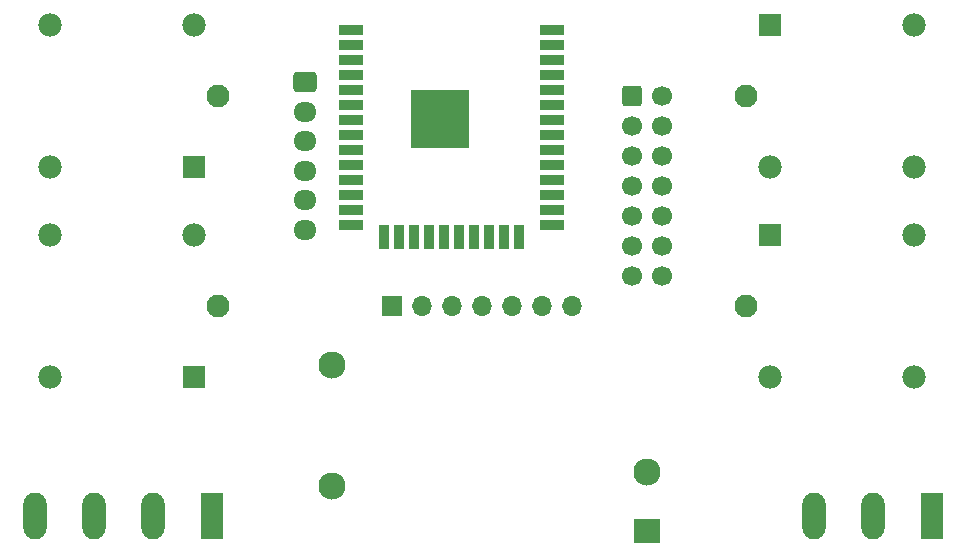
<source format=gbr>
%TF.GenerationSoftware,KiCad,Pcbnew,(6.0.4)*%
%TF.CreationDate,2022-04-22T12:19:17+05:30*%
%TF.ProjectId,esp32 switch,65737033-3220-4737-9769-7463682e6b69,rev?*%
%TF.SameCoordinates,Original*%
%TF.FileFunction,Soldermask,Top*%
%TF.FilePolarity,Negative*%
%FSLAX46Y46*%
G04 Gerber Fmt 4.6, Leading zero omitted, Abs format (unit mm)*
G04 Created by KiCad (PCBNEW (6.0.4)) date 2022-04-22 12:19:17*
%MOMM*%
%LPD*%
G01*
G04 APERTURE LIST*
G04 Aperture macros list*
%AMRoundRect*
0 Rectangle with rounded corners*
0 $1 Rounding radius*
0 $2 $3 $4 $5 $6 $7 $8 $9 X,Y pos of 4 corners*
0 Add a 4 corners polygon primitive as box body*
4,1,4,$2,$3,$4,$5,$6,$7,$8,$9,$2,$3,0*
0 Add four circle primitives for the rounded corners*
1,1,$1+$1,$2,$3*
1,1,$1+$1,$4,$5*
1,1,$1+$1,$6,$7*
1,1,$1+$1,$8,$9*
0 Add four rect primitives between the rounded corners*
20,1,$1+$1,$2,$3,$4,$5,0*
20,1,$1+$1,$4,$5,$6,$7,0*
20,1,$1+$1,$6,$7,$8,$9,0*
20,1,$1+$1,$8,$9,$2,$3,0*%
G04 Aperture macros list end*
%ADD10RoundRect,0.250000X-0.600000X-0.600000X0.600000X-0.600000X0.600000X0.600000X-0.600000X0.600000X0*%
%ADD11C,1.700000*%
%ADD12R,2.300000X2.000000*%
%ADD13C,2.300000*%
%ADD14R,1.700000X1.700000*%
%ADD15O,1.700000X1.700000*%
%ADD16R,2.000000X0.900000*%
%ADD17R,0.900000X2.000000*%
%ADD18R,5.000000X5.000000*%
%ADD19R,1.980000X3.960000*%
%ADD20O,1.980000X3.960000*%
%ADD21R,1.980000X1.980000*%
%ADD22C,1.980000*%
%ADD23C,1.935000*%
%ADD24RoundRect,0.250000X-0.725000X0.600000X-0.725000X-0.600000X0.725000X-0.600000X0.725000X0.600000X0*%
%ADD25O,1.950000X1.700000*%
G04 APERTURE END LIST*
D10*
%TO.C,J3*%
X144780000Y-63500000D03*
D11*
X147320000Y-63500000D03*
X144780000Y-66040000D03*
X147320000Y-66040000D03*
X144780000Y-68580000D03*
X147320000Y-68580000D03*
X144780000Y-71120000D03*
X147320000Y-71120000D03*
X144780000Y-73660000D03*
X147320000Y-73660000D03*
X144780000Y-76200000D03*
X147320000Y-76200000D03*
X144780000Y-78740000D03*
X147320000Y-78740000D03*
%TD*%
D12*
%TO.C,PS1*%
X146050000Y-100330000D03*
D13*
X146050000Y-95330000D03*
X119380000Y-96520000D03*
X119380000Y-86320000D03*
%TD*%
D14*
%TO.C,J6*%
X124460000Y-81280000D03*
D15*
X127000000Y-81280000D03*
X129540000Y-81280000D03*
X132080000Y-81280000D03*
X134620000Y-81280000D03*
X137160000Y-81280000D03*
X139700000Y-81280000D03*
%TD*%
D16*
%TO.C,U2*%
X121040000Y-57955000D03*
X121040000Y-59225000D03*
X121040000Y-60495000D03*
X121040000Y-61765000D03*
X121040000Y-63035000D03*
X121040000Y-64305000D03*
X121040000Y-65575000D03*
X121040000Y-66845000D03*
X121040000Y-68115000D03*
X121040000Y-69385000D03*
X121040000Y-70655000D03*
X121040000Y-71925000D03*
X121040000Y-73195000D03*
X121040000Y-74465000D03*
D17*
X123825000Y-75465000D03*
X125095000Y-75465000D03*
X126365000Y-75465000D03*
X127635000Y-75465000D03*
X128905000Y-75465000D03*
X130175000Y-75465000D03*
X131445000Y-75465000D03*
X132715000Y-75465000D03*
X133985000Y-75465000D03*
X135255000Y-75465000D03*
D16*
X138040000Y-74465000D03*
X138040000Y-73195000D03*
X138040000Y-71925000D03*
X138040000Y-70655000D03*
X138040000Y-69385000D03*
X138040000Y-68115000D03*
X138040000Y-66845000D03*
X138040000Y-65575000D03*
X138040000Y-64305000D03*
X138040000Y-63035000D03*
X138040000Y-61765000D03*
X138040000Y-60495000D03*
X138040000Y-59225000D03*
X138040000Y-57955000D03*
D18*
X128540000Y-65455000D03*
%TD*%
D19*
%TO.C,J1*%
X109220000Y-99060000D03*
D20*
X104220000Y-99060000D03*
X99220000Y-99060000D03*
X94220000Y-99060000D03*
%TD*%
D21*
%TO.C,K3*%
X156460000Y-57500000D03*
D22*
X156460000Y-69500000D03*
D23*
X154460000Y-63500000D03*
D22*
X168660000Y-57500000D03*
X168660000Y-69500000D03*
%TD*%
D19*
%TO.C,J2*%
X170180000Y-99060000D03*
D20*
X165180000Y-99060000D03*
X160180000Y-99060000D03*
%TD*%
D21*
%TO.C,K1*%
X107700000Y-87280000D03*
D22*
X107700000Y-75280000D03*
D23*
X109700000Y-81280000D03*
D22*
X95500000Y-87280000D03*
X95500000Y-75280000D03*
%TD*%
D24*
%TO.C,J5*%
X117140000Y-62330000D03*
D25*
X117140000Y-64830000D03*
X117140000Y-67330000D03*
X117140000Y-69830000D03*
X117140000Y-72330000D03*
X117140000Y-74830000D03*
%TD*%
D21*
%TO.C,K4*%
X156460000Y-75280000D03*
D22*
X156460000Y-87280000D03*
D23*
X154460000Y-81280000D03*
D22*
X168660000Y-75280000D03*
X168660000Y-87280000D03*
%TD*%
D21*
%TO.C,K2*%
X107700000Y-69500000D03*
D22*
X107700000Y-57500000D03*
D23*
X109700000Y-63500000D03*
D22*
X95500000Y-69500000D03*
X95500000Y-57500000D03*
%TD*%
M02*

</source>
